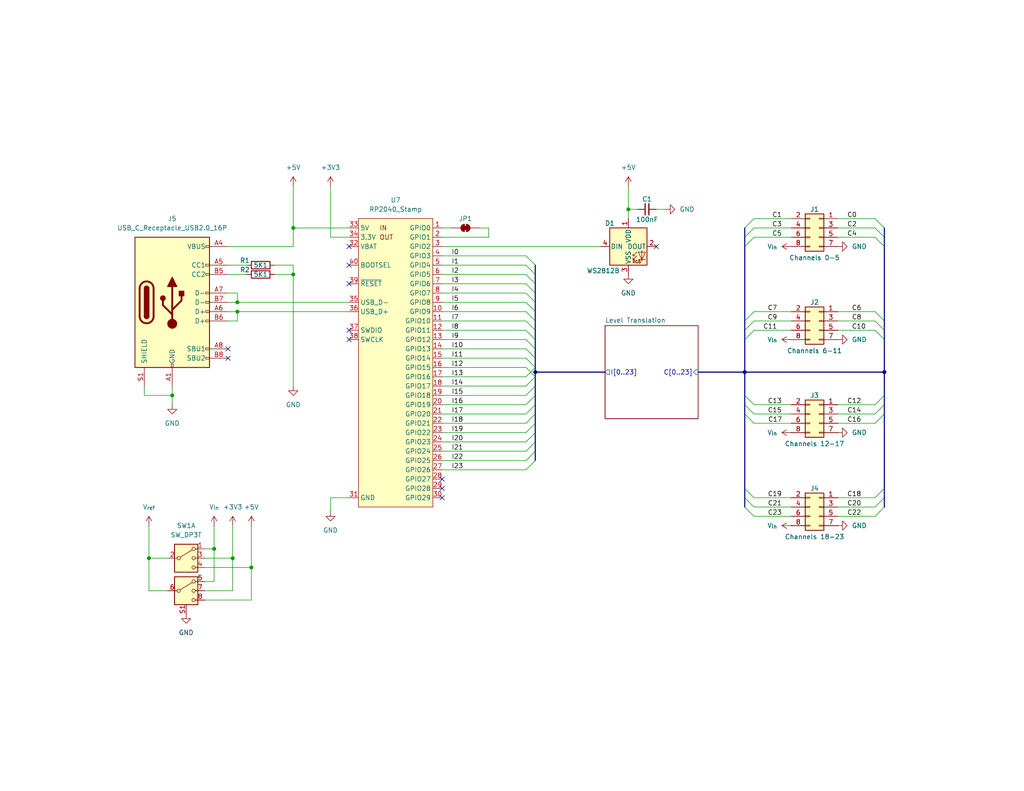
<source format=kicad_sch>
(kicad_sch (version 20231120) (generator "eeschema") (generator_version "8.0")
  (paper "USLetter")
  (title_block (title "Pico-Analyzer - A RP2040 Powered Logic Analyzer") (date "2024-12-18") (rev "1.0") (company "Rex McKinnon - based on designs by gusmanb") (comment 1 "- V_{ref} input supports 1.1v - 5.5v") (comment 2 "- Selectable 3.3v and 5v logic levels") (comment 3 "- 24 Digital Channels") (comment 4 "Features:"))
  (lib_symbols
    (symbol "Connector:USB_C_Receptacle_USB2.0_16P" (pin_names (offset 1.016))
      (property "Reference" "J" (at 0 22.225 0))
      (property "Value" "USB_C_Receptacle_USB2.0_16P" (at 0 19.685 0))
      (symbol "USB_C_Receptacle_USB2.0_16P_0_0"
        (rectangle (start -0.254 -17.78) (end 0.254 -16.764))
        (rectangle (start 10.16 -14.986) (end 9.144 -15.494))
        (rectangle (start 10.16 -12.446) (end 9.144 -12.954))
        (rectangle (start 10.16 -4.826) (end 9.144 -5.334))
        (rectangle (start 10.16 -2.286) (end 9.144 -2.794))
        (rectangle (start 10.16 0.254) (end 9.144 -0.254))
        (rectangle (start 10.16 2.794) (end 9.144 2.286))
        (rectangle (start 10.16 7.874) (end 9.144 7.366))
        (rectangle (start 10.16 10.414) (end 9.144 9.906))
        (rectangle (start 10.16 15.494) (end 9.144 14.986))
      )
      (symbol "USB_C_Receptacle_USB2.0_16P_0_1"
        (rectangle (start -10.16 17.78) (end 10.16 -17.78) (stroke (width 0.254)) (fill (type background)))
        (arc (start -8.89 -3.81) (mid -6.985 -5.7067) (end -5.08 -3.81) (stroke (width 0.508)))
        (arc (start -7.62 -3.81) (mid -6.985 -4.4423) (end -6.35 -3.81) (stroke (width 0.254)))
        (arc (start -7.62 -3.81) (mid -6.985 -4.4423) (end -6.35 -3.81) (stroke (width 0.254)) (fill (type outline)))
        (rectangle (start -7.62 -3.81) (end -6.35 3.81) (stroke (width 0.254)) (fill (type outline)))
        (arc (start -6.35 3.81) (mid -6.985 4.4423) (end -7.62 3.81) (stroke (width 0.254)))
        (arc (start -6.35 3.81) (mid -6.985 4.4423) (end -7.62 3.81) (stroke (width 0.254)) (fill (type outline)))
        (arc (start -5.08 3.81) (mid -6.985 5.7067) (end -8.89 3.81) (stroke (width 0.508)))
        (circle (center -2.54 1.143) (radius 0.635) (stroke (width 0.254)) (fill (type outline)))
        (circle (center 0 -5.842) (radius 1.27) (fill (type outline)))
        (polyline (pts (xy -8.89 -3.81) (xy -8.89 3.81)) (stroke (width 0.508)))
        (polyline (pts (xy -5.08 3.81) (xy -5.08 -3.81)) (stroke (width 0.508)))
        (polyline (pts (xy 0 -5.842) (xy 0 4.318)) (stroke (width 0.508)))
        (polyline (pts (xy 0 -3.302) (xy -2.54 -0.762) (xy -2.54 0.508)) (stroke (width 0.508)))
        (polyline (pts (xy 0 -2.032) (xy 2.54 0.508) (xy 2.54 1.778)) (stroke (width 0.508)))
        (polyline (pts (xy -1.27 4.318) (xy 0 6.858) (xy 1.27 4.318) (xy -1.27 4.318)) (stroke (width 0.254)) (fill (type outline)))
        (rectangle (start 1.905 1.778) (end 3.175 3.048) (stroke (width 0.254)) (fill (type outline)))
      )
      (symbol "USB_C_Receptacle_USB2.0_16P_1_1"
        (pin passive line (at 0 -22.86 90) (length 5.08) (name "GND") (number "A1"))
        (pin passive line (at 0 -22.86 90) (length 5.08) hide (name "GND") (number "A12"))
        (pin passive line (at 15.24 15.24 180) (length 5.08) (name "VBUS") (number "A4"))
        (pin bidirectional line (at 15.24 10.16 180) (length 5.08) (name "CC1") (number "A5"))
        (pin bidirectional line (at 15.24 -2.54 180) (length 5.08) (name "D+") (number "A6"))
        (pin bidirectional line (at 15.24 2.54 180) (length 5.08) (name "D-") (number "A7"))
        (pin bidirectional line (at 15.24 -12.7 180) (length 5.08) (name "SBU1") (number "A8"))
        (pin passive line (at 15.24 15.24 180) (length 5.08) hide (name "VBUS") (number "A9"))
        (pin passive line (at 0 -22.86 90) (length 5.08) hide (name "GND") (number "B1"))
        (pin passive line (at 0 -22.86 90) (length 5.08) hide (name "GND") (number "B12"))
        (pin passive line (at 15.24 15.24 180) (length 5.08) hide (name "VBUS") (number "B4"))
        (pin bidirectional line (at 15.24 7.62 180) (length 5.08) (name "CC2") (number "B5"))
        (pin bidirectional line (at 15.24 -5.08 180) (length 5.08) (name "D+") (number "B6"))
        (pin bidirectional line (at 15.24 0 180) (length 5.08) (name "D-") (number "B7"))
        (pin bidirectional line (at 15.24 -15.24 180) (length 5.08) (name "SBU2") (number "B8"))
        (pin passive line (at 15.24 15.24 180) (length 5.08) hide (name "VBUS") (number "B9"))
        (pin passive line (at -7.62 -22.86 90) (length 5.08) (name "SHIELD") (number "S1"))
      )
    )
    (symbol "Connector_Generic:Conn_02x04_Odd_Even" (pin_names (offset 1.016) hide)
      (property "Reference" "J" (at 1.27 5.08 0))
      (property "Value" "Conn_02x04_Odd_Even" (at 1.27 -7.62 0))
      (symbol "Conn_02x04_Odd_Even_1_1"
        (rectangle (start -1.27 -4.953) (end 0 -5.207) (stroke (width 0.1524)))
        (rectangle (start -1.27 -2.413) (end 0 -2.667) (stroke (width 0.1524)))
        (rectangle (start -1.27 0.127) (end 0 -0.127) (stroke (width 0.1524)))
        (rectangle (start -1.27 2.667) (end 0 2.413) (stroke (width 0.1524)))
        (rectangle (start -1.27 3.81) (end 3.81 -6.35) (stroke (width 0.254)) (fill (type background)))
        (rectangle (start 3.81 -4.953) (end 2.54 -5.207) (stroke (width 0.1524)))
        (rectangle (start 3.81 -2.413) (end 2.54 -2.667) (stroke (width 0.1524)))
        (rectangle (start 3.81 0.127) (end 2.54 -0.127) (stroke (width 0.1524)))
        (rectangle (start 3.81 2.667) (end 2.54 2.413) (stroke (width 0.1524)))
        (pin passive line (at -5.08 2.54 0) (length 3.81) (name "Pin_1") (number "1"))
        (pin passive line (at 7.62 2.54 180) (length 3.81) (name "Pin_2") (number "2"))
        (pin passive line (at -5.08 0 0) (length 3.81) (name "Pin_3") (number "3"))
        (pin passive line (at 7.62 0 180) (length 3.81) (name "Pin_4") (number "4"))
        (pin passive line (at -5.08 -2.54 0) (length 3.81) (name "Pin_5") (number "5"))
        (pin passive line (at 7.62 -2.54 180) (length 3.81) (name "Pin_6") (number "6"))
        (pin passive line (at -5.08 -5.08 0) (length 3.81) (name "Pin_7") (number "7"))
        (pin passive line (at 7.62 -5.08 180) (length 3.81) (name "Pin_8") (number "8"))
      )
    )
    (symbol "Device:C_Small" (pin_numbers hide) (pin_names (offset 0.254) hide)
      (property "Reference" "C" (at 0.254 1.778 0))
      (property "Value" "C_Small" (at 0.254 -2.032 0))
      (symbol "C_Small_0_1"
        (polyline (pts (xy -1.524 -0.508) (xy 1.524 -0.508)) (stroke (width 0.3302)))
        (polyline (pts (xy -1.524 0.508) (xy 1.524 0.508)) (stroke (width 0.3048)))
      )
      (symbol "C_Small_1_1"
        (pin passive line (at 0 2.54 270) (length 2.032) (name "~") (number "1"))
        (pin passive line (at 0 -2.54 90) (length 2.032) (name "~") (number "2"))
      )
    )
    (symbol "Device:R" (pin_numbers hide) (pin_names (offset 0))
      (property "Reference" "R" (at 2.032 0 90))
      (property "Value" "R" (at 0 0 90))
      (symbol "R_0_1"
        (rectangle (start -1.016 -2.54) (end 1.016 2.54) (stroke (width 0.254)))
      )
      (symbol "R_1_1"
        (pin passive line (at 0 3.81 270) (length 1.27) (name "~") (number "1"))
        (pin passive line (at 0 -3.81 90) (length 1.27) (name "~") (number "2"))
      )
    )
    (symbol "Jumper:SolderJumper_2_Bridged" (pin_numbers hide) (pin_names (offset 0) hide) (exclude_from_sim yes) (in_bom no)
      (property "Reference" "JP" (at 0 2.032 0))
      (property "Value" "SolderJumper_2_Bridged" (at 0 -2.54 0))
      (symbol "SolderJumper_2_Bridged_0_1"
        (rectangle (start -0.508 0.508) (end 0.508 -0.508) (fill (type outline)))
        (arc (start -0.254 1.016) (mid -1.2656 0) (end -0.254 -1.016))
        (arc (start -0.254 1.016) (mid -1.2656 0) (end -0.254 -1.016) (fill (type outline)))
        (polyline (pts (xy -0.254 1.016) (xy -0.254 -1.016)))
        (polyline (pts (xy 0.254 1.016) (xy 0.254 -1.016)))
        (arc (start 0.254 -1.016) (mid 1.2656 0) (end 0.254 1.016))
        (arc (start 0.254 -1.016) (mid 1.2656 0) (end 0.254 1.016) (fill (type outline)))
      )
      (symbol "SolderJumper_2_Bridged_1_1"
        (pin passive line (at -3.81 0 0) (length 2.54) (name "A") (number "1"))
        (pin passive line (at 3.81 0 180) (length 2.54) (name "B") (number "2"))
      )
    )
    (symbol "LED:WS2812B" (pin_names (offset 0.254))
      (property "Reference" "D" (at 5.08 5.715 0))
      (property "Value" "WS2812B" (at 1.27 -5.715 0))
      (symbol "WS2812B_0_0"
        (text "RGB" (at 2.286 -4.191 0) (effects (font (size 0.762 0.762))))
      )
      (symbol "WS2812B_0_1"
        (polyline (pts (xy 1.27 -3.556) (xy 1.778 -3.556)))
        (polyline (pts (xy 1.27 -2.54) (xy 1.778 -2.54)))
        (polyline (pts (xy 4.699 -3.556) (xy 2.667 -3.556)))
        (polyline (pts (xy 2.286 -2.54) (xy 1.27 -3.556) (xy 1.27 -3.048)))
        (polyline (pts (xy 2.286 -1.524) (xy 1.27 -2.54) (xy 1.27 -2.032)))
        (polyline (pts (xy 3.683 -1.016) (xy 3.683 -3.556) (xy 3.683 -4.064)))
        (polyline (pts (xy 4.699 -1.524) (xy 2.667 -1.524) (xy 3.683 -3.556) (xy 4.699 -1.524)))
        (rectangle (start 5.08 5.08) (end -5.08 -5.08) (stroke (width 0.254)) (fill (type background)))
      )
      (symbol "WS2812B_1_1"
        (pin power_in line (at 0 7.62 270) (length 2.54) (name "VDD") (number "1"))
        (pin output line (at 7.62 0 180) (length 2.54) (name "DOUT") (number "2"))
        (pin power_in line (at 0 -7.62 90) (length 2.54) (name "VSS") (number "3"))
        (pin input line (at -7.62 0 0) (length 2.54) (name "DIN") (number "4"))
      )
    )
    (symbol "SW_DP3T_1" (pin_names (offset 0) hide)
      (property "Reference" "SW" (at 0 5.08 0))
      (property "Value" "SW_DP3T" (at 0 -5.08 0))
      (symbol "SW_DP3T_1_0_1"
        (rectangle (start -3.175 3.81) (end 3.175 -3.81) (stroke (width 0.254)) (fill (type background)))
        (circle (center -2.032 0) (radius 0.4572))
        (polyline (pts (xy -1.651 0.254) (xy 1.651 2.286)))
        (circle (center 2.032 -2.54) (radius 0.4572))
        (circle (center 2.032 0) (radius 0.4572))
        (circle (center 2.032 2.54) (radius 0.4572))
      )
      (symbol "SW_DP3T_1_1_1"
        (pin passive line (at 5.08 2.54 180) (length 2.54) (name "1") (number "1"))
        (pin passive line (at -5.08 0 0) (length 2.54) (name "2") (number "2"))
        (pin passive line (at 5.08 0 180) (length 2.54) (name "3") (number "3"))
        (pin passive line (at 5.08 -2.54 180) (length 2.54) (name "4") (number "4"))
      )
      (symbol "SW_DP3T_1_2_1"
        (pin passive line (at 5.08 2.54 180) (length 2.54) (name "5") (number "5"))
        (pin passive line (at -5.08 0 0) (length 2.54) (name "6") (number "6"))
        (pin passive line (at 5.08 0 180) (length 2.54) (name "7") (number "7"))
        (pin passive line (at 5.08 -2.54 180) (length 2.54) (name "8") (number "8"))
        (pin passive line (at 0 -6.35 90) (length 2.54) (name "SHIELD") (number "S1"))
      )
    )
    (symbol "pico-analyzer:RP2040_Stamp"
      (property "Reference" "U" (at 10.16 43.18 0))
      (property "Value" "RP2040_Stamp" (at 0 -38.1 0))
      (symbol "RP2040_Stamp_0_0"
        (text "IN" (at -4.445 39.37 0) (effects (font (size 1.27 1.27)) (justify left)))
        (text "OUT" (at -4.445 36.83 0) (effects (font (size 1.27 1.27)) (justify left)))
        (pin bidirectional line (at 12.7 39.37 180) (length 2.54) (name "GPIO0") (number "1"))
        (pin bidirectional line (at 12.7 16.51 180) (length 2.54) (name "GPIO9") (number "10"))
        (pin bidirectional line (at 12.7 13.97 180) (length 2.54) (name "GPIO10") (number "11"))
        (pin bidirectional line (at 12.7 11.43 180) (length 2.54) (name "GPIO11") (number "12"))
        (pin bidirectional line (at 12.7 8.89 180) (length 2.54) (name "GPIO12") (number "13"))
        (pin bidirectional line (at 12.7 6.35 180) (length 2.54) (name "GPIO13") (number "14"))
        (pin bidirectional line (at 12.7 3.81 180) (length 2.54) (name "GPIO14") (number "15"))
        (pin bidirectional line (at 12.7 1.27 180) (length 2.54) (name "GPIO15") (number "16"))
        (pin bidirectional line (at 12.7 -1.27 180) (length 2.54) (name "GPIO16") (number "17"))
        (pin bidirectional line (at 12.7 -3.81 180) (length 2.54) (name "GPIO17") (number "18"))
        (pin bidirectional line (at 12.7 -6.35 180) (length 2.54) (name "GPIO18") (number "19"))
        (pin bidirectional line (at 12.7 36.83 180) (length 2.54) (name "GPIO1") (number "2"))
        (pin bidirectional line (at 12.7 -8.89 180) (length 2.54) (name "GPIO19") (number "20"))
        (pin bidirectional line (at 12.7 -11.43 180) (length 2.54) (name "GPIO20") (number "21"))
        (pin bidirectional line (at 12.7 -13.97 180) (length 2.54) (name "GPIO21") (number "22"))
        (pin bidirectional line (at 12.7 -16.51 180) (length 2.54) (name "GPIO22") (number "23"))
        (pin bidirectional line (at 12.7 -19.05 180) (length 2.54) (name "GPIO23") (number "24"))
        (pin bidirectional line (at 12.7 -21.59 180) (length 2.54) (name "GPIO24") (number "25"))
        (pin bidirectional line (at 12.7 -24.13 180) (length 2.54) (name "GPIO25") (number "26"))
        (pin bidirectional line (at 12.7 -26.67 180) (length 2.54) (name "GPIO26") (number "27"))
        (pin bidirectional line (at 12.7 -29.21 180) (length 2.54) (name "GPIO27") (number "28"))
        (pin bidirectional line (at 12.7 -31.75 180) (length 2.54) (name "GPIO28") (number "29"))
        (pin bidirectional line (at 12.7 34.29 180) (length 2.54) (name "GPIO2") (number "3"))
        (pin bidirectional line (at 12.7 -34.29 180) (length 2.54) (name "GPIO29") (number "30"))
        (pin power_in line (at -12.7 -34.29 0) (length 2.54) (name "GND") (number "31"))
        (pin power_in line (at -12.7 34.29 0) (length 2.54) (name "VBAT") (number "32"))
        (pin power_in line (at -12.7 39.37 0) (length 2.54) (name "5V") (number "33"))
        (pin power_out line (at -12.7 36.83 0) (length 2.54) (name "3.3V") (number "34"))
        (pin bidirectional line (at -12.7 19.05 0) (length 2.54) (name "USB_D-") (number "35"))
        (pin bidirectional line (at -12.7 16.51 0) (length 2.54) (name "USB_D+") (number "36"))
        (pin bidirectional line (at -12.7 11.43 0) (length 2.54) (name "SWDIO") (number "37"))
        (pin input line (at -12.7 8.89 0) (length 2.54) (name "SWCLK") (number "38"))
        (pin bidirectional line (at -12.7 24.13 0) (length 2.54) (name "~{RESET}") (number "39"))
        (pin bidirectional line (at 12.7 31.75 180) (length 2.54) (name "GPIO3") (number "4"))
        (pin input line (at -12.7 29.21 0) (length 2.54) (name "BOOTSEL") (number "40"))
        (pin bidirectional line (at 12.7 29.21 180) (length 2.54) (name "GPIO4") (number "5"))
        (pin bidirectional line (at 12.7 26.67 180) (length 2.54) (name "GPIO5") (number "6"))
        (pin bidirectional line (at 12.7 24.13 180) (length 2.54) (name "GPIO6") (number "7"))
        (pin bidirectional line (at 12.7 21.59 180) (length 2.54) (name "GPIO7") (number "8"))
        (pin bidirectional line (at 12.7 19.05 180) (length 2.54) (name "GPIO8") (number "9"))
      )
      (symbol "RP2040_Stamp_0_1"
        (rectangle (start -10.16 41.91) (end 10.16 -36.83) (stroke (width 0.1524)) (fill (type background)))
      )
    )
    (symbol "pico-analyzer:SW_DP3T" (pin_names (offset 0) hide)
      (property "Reference" "SW" (at 0 5.08 0))
      (property "Value" "SW_DP3T" (at 0 -5.08 0))
      (symbol "SW_DP3T_0_1"
        (rectangle (start -3.175 3.81) (end 3.175 -3.81) (stroke (width 0.254)) (fill (type background)))
        (circle (center -2.032 0) (radius 0.4572))
        (polyline (pts (xy -1.651 0.254) (xy 1.651 2.286)))
        (circle (center 2.032 -2.54) (radius 0.4572))
        (circle (center 2.032 0) (radius 0.4572))
        (circle (center 2.032 2.54) (radius 0.4572))
      )
      (symbol "SW_DP3T_1_1"
        (pin passive line (at 5.08 2.54 180) (length 2.54) (name "1") (number "1"))
        (pin passive line (at -5.08 0 0) (length 2.54) (name "2") (number "2"))
        (pin passive line (at 5.08 0 180) (length 2.54) (name "3") (number "3"))
        (pin passive line (at 5.08 -2.54 180) (length 2.54) (name "4") (number "4"))
      )
      (symbol "SW_DP3T_2_1"
        (pin passive line (at 5.08 2.54 180) (length 2.54) (name "5") (number "5"))
        (pin passive line (at -5.08 0 0) (length 2.54) (name "6") (number "6"))
        (pin passive line (at 5.08 0 180) (length 2.54) (name "7") (number "7"))
        (pin passive line (at 5.08 -2.54 180) (length 2.54) (name "8") (number "8"))
      )
    )
    (symbol "pico-analyzer:Vin" (power) (pin_numbers hide) (pin_names (offset 0) hide)
      (property "Value" "V_{in}" (at 0 3.81 0))
      (symbol "Vin_0_1"
        (polyline (pts (xy -0.762 1.27) (xy 0 2.54)))
        (polyline (pts (xy 0 0) (xy 0 2.54)))
        (polyline (pts (xy 0 2.54) (xy 0.762 1.27)))
      )
      (symbol "Vin_1_1"
        (pin power_in line (at 0 0 90) (length 0) (name "~") (number "1"))
      )
    )
    (symbol "pico-analyzer:Vref" (power) (pin_numbers hide) (pin_names (offset 0) hide)
      (property "Value" "V_{ref}" (at 0 3.81 0))
      (symbol "Vref_0_1"
        (polyline (pts (xy -0.762 1.27) (xy 0 2.54)))
        (polyline (pts (xy 0 0) (xy 0 2.54)))
        (polyline (pts (xy 0 2.54) (xy 0.762 1.27)))
      )
      (symbol "Vref_1_1"
        (pin power_in line (at 0 0 90) (length 0) (name "~") (number "1"))
      )
    )
    (symbol "power:+3V3" (power) (pin_numbers hide) (pin_names (offset 0) hide)
      (property "Value" "+3V3" (at 0 3.556 0))
      (symbol "+3V3_0_1"
        (polyline (pts (xy -0.762 1.27) (xy 0 2.54)))
        (polyline (pts (xy 0 0) (xy 0 2.54)))
        (polyline (pts (xy 0 2.54) (xy 0.762 1.27)))
      )
      (symbol "+3V3_1_1"
        (pin power_in line (at 0 0 90) (length 0) (name "~") (number "1"))
      )
    )
    (symbol "power:+5V" (power) (pin_numbers hide) (pin_names (offset 0) hide)
      (property "Value" "+5V" (at 0 3.556 0))
      (symbol "+5V_0_1"
        (polyline (pts (xy -0.762 1.27) (xy 0 2.54)))
        (polyline (pts (xy 0 0) (xy 0 2.54)))
        (polyline (pts (xy 0 2.54) (xy 0.762 1.27)))
      )
      (symbol "+5V_1_1"
        (pin power_in line (at 0 0 90) (length 0) (name "~") (number "1"))
      )
    )
    (symbol "power:GND" (power) (pin_numbers hide) (pin_names (offset 0) hide)
      (property "Value" "GND" (at 0 -3.81 0))
      (symbol "GND_0_1"
        (polyline (pts (xy 0 0) (xy 0 -1.27) (xy 1.27 -1.27) (xy 0 -2.54) (xy -1.27 -1.27) (xy 0 -1.27)))
      )
      (symbol "GND_1_1"
        (pin power_in line (at 0 0 270) (length 0) (name "~") (number "1"))
      )
    )
  )
  (junction (at 63.5 152.4))
  (junction (at 68.58 154.94))
  (junction (at 146.05 101.6))
  (junction (at 64.77 82.55))
  (junction (at 40.64 152.4))
  (junction (at 171.45 57.15))
  (junction (at 58.42 149.86))
  (junction (at 203.2 101.6))
  (junction (at 46.99 107.95))
  (junction (at 64.77 85.09))
  (junction (at 241.3 101.6))
  (junction (at 80.01 62.23))
  (junction (at 80.01 74.93))
  (no_connect (at 95.25 77.47))
  (no_connect (at 179.07 67.31))
  (no_connect (at 120.65 133.35))
  (no_connect (at 62.23 97.79))
  (no_connect (at 95.25 92.71))
  (no_connect (at 95.25 72.39))
  (no_connect (at 62.23 95.25))
  (no_connect (at 95.25 90.17))
  (no_connect (at 120.65 130.81))
  (no_connect (at 120.65 135.89))
  (no_connect (at 95.25 67.31))
  (bus_entry (at 238.76 115.57) (size 2.54 -2.54))
  (bus_entry (at 143.51 95.25) (size 2.54 2.54))
  (bus_entry (at 238.76 110.49) (size 2.54 -2.54))
  (bus_entry (at 205.74 138.43) (size -2.54 -2.54))
  (bus_entry (at 143.51 72.39) (size 2.54 2.54))
  (bus_entry (at 238.76 62.23) (size 2.54 2.54))
  (bus_entry (at 143.51 90.17) (size 2.54 2.54))
  (bus_entry (at 143.51 110.49) (size 2.54 -2.54))
  (bus_entry (at 143.51 92.71) (size 2.54 2.54))
  (bus_entry (at 205.74 64.77) (size -2.54 2.54))
  (bus_entry (at 205.74 90.17) (size -2.54 2.54))
  (bus_entry (at 143.51 100.33) (size 2.54 2.54))
  (bus_entry (at 205.74 59.69) (size -2.54 2.54))
  (bus_entry (at 205.74 140.97) (size -2.54 -2.54))
  (bus_entry (at 205.74 115.57) (size -2.54 -2.54))
  (bus_entry (at 205.74 110.49) (size -2.54 -2.54))
  (bus_entry (at 205.74 62.23) (size -2.54 2.54))
  (bus_entry (at 143.51 125.73) (size 2.54 -2.54))
  (bus_entry (at 238.76 85.09) (size 2.54 2.54))
  (bus_entry (at 143.51 77.47) (size 2.54 2.54))
  (bus_entry (at 143.51 120.65) (size 2.54 -2.54))
  (bus_entry (at 143.51 118.11) (size 2.54 -2.54))
  (bus_entry (at 143.51 80.01) (size 2.54 2.54))
  (bus_entry (at 238.76 64.77) (size 2.54 2.54))
  (bus_entry (at 143.51 74.93) (size 2.54 2.54))
  (bus_entry (at 238.76 90.17) (size 2.54 2.54))
  (bus_entry (at 143.51 113.03) (size 2.54 -2.54))
  (bus_entry (at 238.76 87.63) (size 2.54 2.54))
  (bus_entry (at 143.51 107.95) (size 2.54 -2.54))
  (bus_entry (at 143.51 69.85) (size 2.54 2.54))
  (bus_entry (at 205.74 87.63) (size -2.54 2.54))
  (bus_entry (at 143.51 105.41) (size 2.54 -2.54))
  (bus_entry (at 205.74 113.03) (size -2.54 -2.54))
  (bus_entry (at 205.74 135.89) (size -2.54 -2.54))
  (bus_entry (at 238.76 138.43) (size 2.54 -2.54))
  (bus_entry (at 143.51 123.19) (size 2.54 -2.54))
  (bus_entry (at 143.51 87.63) (size 2.54 2.54))
  (bus_entry (at 143.51 85.09) (size 2.54 2.54))
  (bus_entry (at 143.51 97.79) (size 2.54 2.54))
  (bus_entry (at 143.51 128.27) (size 2.54 -2.54))
  (bus_entry (at 205.74 85.09) (size -2.54 2.54))
  (bus_entry (at 143.51 82.55) (size 2.54 2.54))
  (bus_entry (at 238.76 59.69) (size 2.54 2.54))
  (bus_entry (at 238.76 140.97) (size 2.54 -2.54))
  (bus_entry (at 238.76 135.89) (size 2.54 -2.54))
  (bus_entry (at 143.51 115.57) (size 2.54 -2.54))
  (bus_entry (at 143.51 102.87) (size 2.54 -2.54))
  (bus_entry (at 238.76 113.03) (size 2.54 -2.54))
  (wire (pts (xy 179.07 57.15) (xy 181.61 57.15)))
  (bus (pts (xy 146.05 92.71) (xy 146.05 95.25)))
  (wire (pts (xy 238.76 115.57) (xy 228.6 115.57)))
  (bus (pts (xy 241.3 135.89) (xy 241.3 138.43)))
  (wire (pts (xy 120.65 80.01) (xy 143.51 80.01)))
  (bus (pts (xy 146.05 120.65) (xy 146.05 123.19)))
  (wire (pts (xy 120.65 62.23) (xy 123.19 62.23)))
  (wire (pts (xy 205.74 138.43) (xy 215.9 138.43)))
  (wire (pts (xy 80.01 62.23) (xy 80.01 67.31)))
  (bus (pts (xy 146.05 100.33) (xy 146.05 101.6)))
  (wire (pts (xy 120.65 97.79) (xy 143.51 97.79)))
  (wire (pts (xy 39.37 107.95) (xy 46.99 107.95)))
  (bus (pts (xy 241.3 113.03) (xy 241.3 133.35)))
  (wire (pts (xy 120.65 107.95) (xy 143.51 107.95)))
  (wire (pts (xy 90.17 50.8) (xy 90.17 64.77)))
  (bus (pts (xy 241.3 92.71) (xy 241.3 101.6)))
  (wire (pts (xy 120.65 82.55) (xy 143.51 82.55)))
  (wire (pts (xy 120.65 92.71) (xy 143.51 92.71)))
  (bus (pts (xy 241.3 64.77) (xy 241.3 67.31)))
  (wire (pts (xy 205.74 135.89) (xy 215.9 135.89)))
  (bus (pts (xy 146.05 80.01) (xy 146.05 82.55)))
  (wire (pts (xy 238.76 87.63) (xy 228.6 87.63)))
  (wire (pts (xy 90.17 135.89) (xy 95.25 135.89)))
  (wire (pts (xy 64.77 80.01) (xy 64.77 82.55)))
  (wire (pts (xy 62.23 82.55) (xy 64.77 82.55)))
  (bus (pts (xy 146.05 107.95) (xy 146.05 110.49)))
  (bus (pts (xy 146.05 87.63) (xy 146.05 90.17)))
  (bus (pts (xy 146.05 97.79) (xy 146.05 100.33)))
  (bus (pts (xy 146.05 115.57) (xy 146.05 118.11)))
  (bus (pts (xy 146.05 82.55) (xy 146.05 85.09)))
  (bus (pts (xy 203.2 113.03) (xy 203.2 133.35)))
  (bus (pts (xy 146.05 101.6) (xy 146.05 102.87)))
  (bus (pts (xy 146.05 118.11) (xy 146.05 120.65)))
  (bus (pts (xy 203.2 87.63) (xy 203.2 90.17)))
  (wire (pts (xy 120.65 123.19) (xy 143.51 123.19)))
  (wire (pts (xy 120.65 64.77) (xy 133.35 64.77)))
  (wire (pts (xy 171.45 50.8) (xy 171.45 57.15)))
  (bus (pts (xy 203.2 90.17) (xy 203.2 92.71)))
  (wire (pts (xy 62.23 74.93) (xy 67.31 74.93)))
  (wire (pts (xy 205.74 90.17) (xy 215.9 90.17)))
  (wire (pts (xy 238.76 140.97) (xy 228.6 140.97)))
  (wire (pts (xy 173.99 57.15) (xy 171.45 57.15)))
  (wire (pts (xy 205.74 110.49) (xy 215.9 110.49)))
  (bus (pts (xy 203.2 101.6) (xy 241.3 101.6)))
  (wire (pts (xy 80.01 50.8) (xy 80.01 62.23)))
  (wire (pts (xy 55.88 149.86) (xy 58.42 149.86)))
  (bus (pts (xy 241.3 110.49) (xy 241.3 113.03)))
  (bus (pts (xy 203.2 101.6) (xy 203.2 107.95)))
  (wire (pts (xy 205.74 140.97) (xy 215.9 140.97)))
  (wire (pts (xy 120.65 72.39) (xy 143.51 72.39)))
  (wire (pts (xy 238.76 110.49) (xy 228.6 110.49)))
  (wire (pts (xy 68.58 154.94) (xy 68.58 163.83)))
  (wire (pts (xy 46.99 110.49) (xy 46.99 107.95)))
  (bus (pts (xy 241.3 107.95) (xy 241.3 110.49)))
  (wire (pts (xy 46.99 107.95) (xy 46.99 105.41)))
  (bus (pts (xy 146.05 105.41) (xy 146.05 107.95)))
  (wire (pts (xy 120.65 87.63) (xy 143.51 87.63)))
  (wire (pts (xy 205.74 115.57) (xy 215.9 115.57)))
  (wire (pts (xy 120.65 102.87) (xy 143.51 102.87)))
  (wire (pts (xy 238.76 138.43) (xy 228.6 138.43)))
  (wire (pts (xy 62.23 67.31) (xy 80.01 67.31)))
  (wire (pts (xy 238.76 64.77) (xy 228.6 64.77)))
  (bus (pts (xy 241.3 62.23) (xy 241.3 64.77)))
  (bus (pts (xy 146.05 123.19) (xy 146.05 125.73)))
  (bus (pts (xy 203.2 135.89) (xy 203.2 138.43)))
  (wire (pts (xy 55.88 161.29) (xy 63.5 161.29)))
  (wire (pts (xy 55.88 163.83) (xy 68.58 163.83)))
  (wire (pts (xy 120.65 67.31) (xy 163.83 67.31)))
  (wire (pts (xy 80.01 74.93) (xy 80.01 105.41)))
  (wire (pts (xy 120.65 120.65) (xy 143.51 120.65)))
  (wire (pts (xy 120.65 105.41) (xy 143.51 105.41)))
  (bus (pts (xy 203.2 64.77) (xy 203.2 67.31)))
  (wire (pts (xy 120.65 90.17) (xy 143.51 90.17)))
  (bus (pts (xy 241.3 67.31) (xy 241.3 87.63)))
  (bus (pts (xy 241.3 87.63) (xy 241.3 90.17)))
  (wire (pts (xy 238.76 135.89) (xy 228.6 135.89)))
  (bus (pts (xy 203.2 133.35) (xy 203.2 135.89)))
  (wire (pts (xy 90.17 64.77) (xy 95.25 64.77)))
  (wire (pts (xy 205.74 64.77) (xy 215.9 64.77)))
  (wire (pts (xy 205.74 62.23) (xy 215.9 62.23)))
  (wire (pts (xy 74.93 74.93) (xy 80.01 74.93)))
  (bus (pts (xy 146.05 72.39) (xy 146.05 74.93)))
  (wire (pts (xy 40.64 161.29) (xy 45.72 161.29)))
  (bus (pts (xy 190.5 101.6) (xy 203.2 101.6)))
  (bus (pts (xy 146.05 101.6) (xy 165.1 101.6)))
  (wire (pts (xy 62.23 85.09) (xy 64.77 85.09)))
  (bus (pts (xy 146.05 113.03) (xy 146.05 115.57)))
  (wire (pts (xy 62.23 87.63) (xy 64.77 87.63)))
  (wire (pts (xy 120.65 95.25) (xy 143.51 95.25)))
  (bus (pts (xy 203.2 92.71) (xy 203.2 101.6)))
  (bus (pts (xy 203.2 110.49) (xy 203.2 113.03)))
  (wire (pts (xy 63.5 143.51) (xy 63.5 152.4)))
  (wire (pts (xy 120.65 128.27) (xy 143.51 128.27)))
  (wire (pts (xy 120.65 118.11) (xy 143.51 118.11)))
  (wire (pts (xy 40.64 152.4) (xy 45.72 152.4)))
  (wire (pts (xy 90.17 135.89) (xy 90.17 139.7)))
  (wire (pts (xy 238.76 62.23) (xy 228.6 62.23)))
  (wire (pts (xy 40.64 152.4) (xy 40.64 161.29)))
  (wire (pts (xy 55.88 152.4) (xy 63.5 152.4)))
  (wire (pts (xy 120.65 69.85) (xy 143.51 69.85)))
  (wire (pts (xy 120.65 125.73) (xy 143.51 125.73)))
  (wire (pts (xy 40.64 143.51) (xy 40.64 152.4)))
  (wire (pts (xy 120.65 100.33) (xy 143.51 100.33)))
  (wire (pts (xy 130.81 62.23) (xy 133.35 62.23)))
  (bus (pts (xy 146.05 74.93) (xy 146.05 77.47)))
  (wire (pts (xy 80.01 62.23) (xy 95.25 62.23)))
  (wire (pts (xy 238.76 85.09) (xy 228.6 85.09)))
  (wire (pts (xy 205.74 59.69) (xy 215.9 59.69)))
  (wire (pts (xy 205.74 113.03) (xy 215.9 113.03)))
  (wire (pts (xy 205.74 85.09) (xy 215.9 85.09)))
  (wire (pts (xy 74.93 72.39) (xy 80.01 72.39)))
  (wire (pts (xy 171.45 57.15) (xy 171.45 59.69)))
  (wire (pts (xy 64.77 85.09) (xy 64.77 87.63)))
  (bus (pts (xy 146.05 110.49) (xy 146.05 113.03)))
  (wire (pts (xy 120.65 110.49) (xy 143.51 110.49)))
  (wire (pts (xy 68.58 143.51) (xy 68.58 154.94)))
  (bus (pts (xy 203.2 107.95) (xy 203.2 110.49)))
  (wire (pts (xy 55.88 154.94) (xy 68.58 154.94)))
  (wire (pts (xy 58.42 149.86) (xy 58.42 158.75)))
  (wire (pts (xy 120.65 113.03) (xy 143.51 113.03)))
  (bus (pts (xy 146.05 90.17) (xy 146.05 92.71)))
  (wire (pts (xy 62.23 72.39) (xy 67.31 72.39)))
  (wire (pts (xy 63.5 152.4) (xy 63.5 161.29)))
  (wire (pts (xy 55.88 158.75) (xy 58.42 158.75)))
  (bus (pts (xy 203.2 67.31) (xy 203.2 87.63)))
  (wire (pts (xy 80.01 72.39) (xy 80.01 74.93)))
  (bus (pts (xy 146.05 95.25) (xy 146.05 97.79)))
  (wire (pts (xy 120.65 74.93) (xy 143.51 74.93)))
  (wire (pts (xy 64.77 85.09) (xy 95.25 85.09)))
  (wire (pts (xy 238.76 113.03) (xy 228.6 113.03)))
  (wire (pts (xy 120.65 115.57) (xy 143.51 115.57)))
  (wire (pts (xy 62.23 80.01) (xy 64.77 80.01)))
  (bus (pts (xy 241.3 101.6) (xy 241.3 107.95)))
  (bus (pts (xy 146.05 102.87) (xy 146.05 105.41)))
  (wire (pts (xy 39.37 105.41) (xy 39.37 107.95)))
  (wire (pts (xy 205.74 87.63) (xy 215.9 87.63)))
  (bus (pts (xy 203.2 62.23) (xy 203.2 64.77)))
  (bus (pts (xy 146.05 77.47) (xy 146.05 80.01)))
  (bus (pts (xy 146.05 85.09) (xy 146.05 87.63)))
  (wire (pts (xy 120.65 85.09) (xy 143.51 85.09)))
  (wire (pts (xy 238.76 90.17) (xy 228.6 90.17)))
  (wire (pts (xy 238.76 59.69) (xy 228.6 59.69)))
  (wire (pts (xy 120.65 77.47) (xy 143.51 77.47)))
  (wire (pts (xy 133.35 62.23) (xy 133.35 64.77)))
  (wire (pts (xy 58.42 143.51) (xy 58.42 149.86)))
  (wire (pts (xy 64.77 82.55) (xy 95.25 82.55)))
  (bus (pts (xy 241.3 90.17) (xy 241.3 92.71)))
  (bus (pts (xy 241.3 133.35) (xy 241.3 135.89)))
  (label "I11" (at 123.19 97.79 0))
  (label "I1" (at 123.19 72.39 0))
  (label "C15" (at 213.36 113.03 180))
  (label "C16" (at 231.14 115.57 0))
  (label "I15" (at 123.19 107.95 0))
  (label "I21" (at 123.19 123.19 0))
  (label "I14" (at 123.19 105.41 0))
  (label "I19" (at 123.19 118.11 0))
  (label "C11" (at 212.09 90.17 180))
  (label "I17" (at 123.19 113.03 0))
  (label "C17" (at 209.55 115.57 0))
  (label "C3" (at 213.36 62.23 180))
  (label "C23" (at 213.36 140.97 180))
  (label "I6" (at 123.19 85.09 0))
  (label "I8" (at 123.19 90.17 0))
  (label "I16" (at 123.19 110.49 0))
  (label "I9" (at 123.19 92.71 0))
  (label "C4" (at 231.14 64.77 0))
  (label "C7" (at 212.09 85.09 180))
  (label "I2" (at 123.19 74.93 0))
  (label "I20" (at 123.19 120.65 0))
  (label "C10" (at 232.41 90.17 0))
  (label "C2" (at 231.14 62.23 0))
  (label "C6" (at 232.41 85.09 0))
  (label "C12" (at 231.14 110.49 0))
  (label "C5" (at 213.36 64.77 180))
  (label "I18" (at 123.19 115.57 0))
  (label "C19" (at 213.36 135.89 180))
  (label "I4" (at 123.19 80.01 0))
  (label "I10" (at 123.19 95.25 0))
  (label "I0" (at 123.19 69.85 0))
  (label "I22" (at 123.19 125.73 0))
  (label "I5" (at 123.19 82.55 0))
  (label "C8" (at 232.41 87.63 0))
  (label "I7" (at 123.19 87.63 0))
  (label "C9" (at 212.09 87.63 180))
  (label "C22" (at 231.14 140.97 0))
  (label "I23" (at 123.19 128.27 0))
  (label "C1" (at 213.36 59.69 180))
  (label "C14" (at 231.14 113.03 0))
  (label "I13" (at 123.19 102.87 0))
  (label "I3" (at 123.19 77.47 0))
  (label "C0" (at 231.14 59.69 0))
  (label "C18" (at 231.14 135.89 0))
  (label "C13" (at 213.36 110.49 180))
  (label "C20" (at 231.14 138.43 0))
  (label "I12" (at 123.19 100.33 0))
  (label "C21" (at 213.36 138.43 180))
  (symbol (lib_id "power:+3V3") (at 90.17 50.8 0) (unit 1)
    (property "Reference" "#PWR032" (effects (hide yes)))
    (property "Value" "+3V3" (at 90.17 45.72 0))
    (property "Description" "Power symbol creates a global label with name \"+3V3\"" (effects (hide yes)))
  )
  (symbol (lib_id "power:GND") (at 80.01 105.41 0) (unit 1)
    (property "Reference" "#PWR046" (effects (hide yes)))
    (property "Value" "GND" (at 80.01 110.49 0))
    (property "Description" "Power symbol creates a global label with name \"GND\" , ground" (effects (hide yes)))
  )
  (symbol (lib_id "power:+5V") (at 68.58 143.51 0) (unit 1)
    (property "Reference" "#PWR049" (effects (hide yes)))
    (property "Value" "+5V" (at 68.58 138.43 0))
    (property "Description" "Power symbol creates a global label with name \"+5V\"" (effects (hide yes)))
  )
  (symbol (lib_id "power:GND") (at 228.6 67.31 90) (unit 1)
    (property "Reference" "#PWR026" (effects (hide yes)))
    (property "Value" "GND" (at 232.41 67.3099 90) (effects (justify right)))
    (property "Description" "Power symbol creates a global label with name \"GND\" , ground" (effects (hide yes)))
  )
  (symbol (lib_id "Jumper:SolderJumper_2_Bridged") (at 127 62.23 0) (unit 1) (exclude_from_sim yes) (in_bom no)
    (property "Reference" "JP1" (at 127 59.69 0))
    (property "Value" "SolderJumper_2_Bridged" (effects (hide yes)))
    (property "Footprint" "Jumper:SolderJumper-2_P1.3mm_Bridged_RoundedPad1.0x1.5mm" (effects (hide yes)))
    (property "Description" "Solder Jumper, 2-pole, closed/bridged" (effects (hide yes)))
  )
  (symbol (lib_id "Connector_Generic:Conn_02x04_Odd_Even") (at 223.52 87.63 0) (mirror y) (unit 1)
    (property "Reference" "J2" (at 222.25 82.55 0))
    (property "Value" "Channels 6-11" (at 222.25 95.758 0))
    (property "Footprint" "pico-analyzer:PinHeader_2x04_P2.54mm_Horizontal" (effects (hide yes)))
    (property "Description" "Generic connector, double row, 02x04, odd/even pin numbering scheme (row 1 odd numbers, row 2 even numbers), script generated (kicad-library-utils/schlib/autogen/connector/)" (effects (hide yes)))
  )
  (symbol (lib_id "pico-analyzer:Vin") (at 215.9 118.11 90) (unit 1)
    (property "Reference" "#PWR023" (effects (hide yes)))
    (property "Value" "V_{in}" (at 212.09 118.1099 90) (effects (justify left)))
    (property "Description" "Power symbol creates a global label with name \"Vin\"" (effects (hide yes)))
  )
  (symbol (lib_id "pico-analyzer:RP2040_Stamp") (at 107.95 101.6 0) (unit 1)
    (property "Reference" "U7" (at 107.95 54.61 0))
    (property "Value" "RP2040_Stamp" (at 107.95 57.15 0))
    (property "Footprint" "pico-analyzer:RP2xxx_Stamp_SMD" (effects (hide yes)))
  )
  (symbol (lib_id "power:+5V") (at 171.45 50.8 0) (unit 1)
    (property "Reference" "#PWR030" (effects (hide yes)))
    (property "Value" "+5V" (at 171.45 45.72 0))
    (property "Description" "Power symbol creates a global label with name \"+5V\"" (effects (hide yes)))
  )
  (symbol (lib_id "pico-analyzer:Vref") (at 40.64 143.51 0) (unit 1)
    (property "Reference" "#PWR047" (effects (hide yes)))
    (property "Value" "V_{ref}" (at 40.64 138.43 0))
    (property "Description" "Power symbol creates a global label with name \"Vref\"" (effects (hide yes)))
  )
  (symbol (lib_id "power:GND") (at 228.6 118.11 90) (unit 1)
    (property "Reference" "#PWR022" (effects (hide yes)))
    (property "Value" "GND" (at 232.41 118.1099 90) (effects (justify right)))
    (property "Description" "Power symbol creates a global label with name \"GND\" , ground" (effects (hide yes)))
  )
  (symbol (lib_id "pico-analyzer:SW_DP3T") (at 50.8 152.4 0) (unit 1)
    (property "Reference" "SW1" (at 50.8 143.51 0))
    (property "Value" "SW_DP3T" (at 50.8 146.05 0))
    (property "Footprint" "pico-analyzer:EG2315A" (effects (hide yes)))
    (property "Description" "Switch, three position, dual pole triple throw, 3 position switch, SP3T" (effects (hide yes)))
  )
  (symbol (lib_id "power:+3V3") (at 63.5 143.51 0) (unit 1)
    (property "Reference" "#PWR048" (effects (hide yes)))
    (property "Value" "+3V3" (at 63.5 138.43 0))
    (property "Description" "Power symbol creates a global label with name \"+3V3\"" (effects (hide yes)))
  )
  (symbol (lib_id "pico-analyzer:Vin") (at 215.9 143.51 90) (unit 1)
    (property "Reference" "#PWR025" (effects (hide yes)))
    (property "Value" "V_{in}" (at 212.09 143.5099 90) (effects (justify left)))
    (property "Description" "Power symbol creates a global label with name \"Vin\"" (effects (hide yes)))
  )
  (symbol (lib_id "pico-analyzer:Vin") (at 215.9 67.31 90) (unit 1)
    (property "Reference" "#PWR019" (effects (hide yes)))
    (property "Value" "V_{in}" (at 212.09 67.3099 90) (effects (justify left)))
    (property "Description" "Power symbol creates a global label with name \"Vin\"" (effects (hide yes)))
  )
  (symbol (lib_id "power:GND") (at 50.8 167.64 0) (unit 1)
    (property "Reference" "#PWR051" (effects (hide yes)))
    (property "Value" "GND" (at 50.8 172.72 0))
    (property "Description" "Power symbol creates a global label with name \"GND\" , ground" (effects (hide yes)))
  )
  (symbol (lib_id "Connector_Generic:Conn_02x04_Odd_Even") (at 223.52 62.23 0) (mirror y) (unit 1)
    (property "Reference" "J1" (at 222.25 57.15 0))
    (property "Value" "Channels 0-5" (at 222.25 70.358 0))
    (property "Footprint" "pico-analyzer:PinHeader_2x04_P2.54mm_Horizontal" (effects (hide yes)))
    (property "Description" "Generic connector, double row, 02x04, odd/even pin numbering scheme (row 1 odd numbers, row 2 even numbers), script generated (kicad-library-utils/schlib/autogen/connector/)" (effects (hide yes)))
  )
  (symbol (lib_id "Connector_Generic:Conn_02x04_Odd_Even") (at 223.52 138.43 0) (mirror y) (unit 1)
    (property "Reference" "J4" (at 222.25 133.35 0))
    (property "Value" "Channels 18-23" (at 222.25 146.558 0))
    (property "Footprint" "pico-analyzer:PinHeader_2x04_P2.54mm_Horizontal" (effects (hide yes)))
    (property "Description" "Generic connector, double row, 02x04, odd/even pin numbering scheme (row 1 odd numbers, row 2 even numbers), script generated (kicad-library-utils/schlib/autogen/connector/)" (effects (hide yes)))
  )
  (symbol (lib_id "LED:WS2812B") (at 171.45 67.31 0) (unit 1)
    (property "Reference" "D1" (at 166.37 60.96 0))
    (property "Value" "WS2812B" (at 164.592 73.914 0))
    (property "Footprint" "LED_SMD:LED_WS2812B_PLCC4_5.0x5.0mm_P3.2mm" (effects (hide yes)))
    (property "Datasheet" "https://cdn-shop.adafruit.com/datasheets/WS2812B.pdf" (effects (hide yes)))
    (property "Description" "RGB LED with integrated controller" (effects (hide yes)))
  )
  (symbol (lib_id "power:GND") (at 171.45 74.93 0) (unit 1)
    (property "Reference" "#PWR027" (effects (hide yes)))
    (property "Value" "GND" (at 171.45 80.01 0))
    (property "Description" "Power symbol creates a global label with name \"GND\" , ground" (effects (hide yes)))
  )
  (symbol (lib_id "pico-analyzer:Vin") (at 58.42 143.51 0) (unit 1)
    (property "Reference" "#PWR050" (effects (hide yes)))
    (property "Value" "V_{in}" (at 58.42 138.43 0))
    (property "Description" "Power symbol creates a global label with name \"Vin\"" (effects (hide yes)))
  )
  (symbol (lib_id "Device:R") (at 71.12 72.39 90) (unit 1)
    (property "Reference" "R1" (at 66.802 71.12 90))
    (property "Value" "5K1" (at 71.12 72.39 90))
    (property "Footprint" "Resistor_SMD:R_0603_1608Metric" (effects (hide yes)))
    (property "Description" "Resistor" (effects (hide yes)))
  )
  (symbol (lib_id "power:GND") (at 90.17 139.7 0) (unit 1)
    (property "Reference" "#PWR028" (effects (hide yes)))
    (property "Value" "GND" (at 90.17 144.78 0))
    (property "Description" "Power symbol creates a global label with name \"GND\" , ground" (effects (hide yes)))
  )
  (symbol (lib_id "Device:C_Small") (at 176.53 57.15 90) (unit 1)
    (property "Reference" "C1" (at 176.53 54.356 90))
    (property "Value" "100nF" (at 176.53 59.944 90))
    (property "Footprint" "Capacitor_SMD:C_0603_1608Metric" (effects (hide yes)))
    (property "Description" "Unpolarized capacitor, small symbol" (effects (hide yes)))
  )
  (symbol (lib_id "Connector:USB_C_Receptacle_USB2.0_16P") (at 46.99 82.55 0) (unit 1)
    (property "Reference" "J5" (at 46.99 59.69 0))
    (property "Value" "USB_C_Receptacle_USB2.0_16P" (at 46.99 62.23 0))
    (property "Footprint" "pico-analyzer:USB_C_Receptacle_GCT_USB4215-xx-A_16P" (effects (hide yes)))
    (property "Datasheet" "https://www.usb.org/sites/default/files/documents/usb_type-c.zip" (effects (hide yes)))
    (property "Description" "USB 2.0-only 16P Type-C Receptacle connector" (effects (hide yes)))
  )
  (symbol (lib_id "pico-analyzer:Vin") (at 215.9 92.71 90) (unit 1)
    (property "Reference" "#PWR021" (effects (hide yes)))
    (property "Value" "V_{in}" (at 212.09 92.7099 90) (effects (justify left)))
    (property "Description" "Power symbol creates a global label with name \"Vin\"" (effects (hide yes)))
  )
  (symbol (lib_id "power:GND") (at 228.6 143.51 90) (unit 1)
    (property "Reference" "#PWR024" (effects (hide yes)))
    (property "Value" "GND" (at 232.41 143.5099 90) (effects (justify right)))
    (property "Description" "Power symbol creates a global label with name \"GND\" , ground" (effects (hide yes)))
  )
  (symbol (lib_id "power:GND") (at 228.6 92.71 90) (unit 1)
    (property "Reference" "#PWR020" (effects (hide yes)))
    (property "Value" "GND" (at 232.41 92.7099 90) (effects (justify right)))
    (property "Description" "Power symbol creates a global label with name \"GND\" , ground" (effects (hide yes)))
  )
  (symbol (lib_name "SW_DP3T_1") (lib_id "pico-analyzer:SW_DP3T") (at 50.8 161.29 0) (unit 2)
    (property "Reference" "SW1" (effects (hide yes)))
    (property "Value" "SW_DP3T" (effects (hide yes)))
    (property "Footprint" "pico-analyzer:EG2315A" (effects (hide yes)))
    (property "Description" "Switch, three position, dual pole triple throw, 3 position switch, SP3T" (effects (hide yes)))
  )
  (symbol (lib_id "power:GND") (at 46.99 110.49 0) (unit 1)
    (property "Reference" "#PWR029" (effects (hide yes)))
    (property "Value" "GND" (at 46.99 115.57 0))
    (property "Description" "Power symbol creates a global label with name \"GND\" , ground" (effects (hide yes)))
  )
  (symbol (lib_id "power:+5V") (at 80.01 50.8 0) (unit 1)
    (property "Reference" "#PWR031" (effects (hide yes)))
    (property "Value" "+5V" (at 80.01 45.72 0))
    (property "Description" "Power symbol creates a global label with name \"+5V\"" (effects (hide yes)))
  )
  (symbol (lib_id "Device:R") (at 71.12 74.93 90) (unit 1)
    (property "Reference" "R2" (at 66.802 73.66 90))
    (property "Value" "5K1" (at 71.12 74.93 90))
    (property "Footprint" "Resistor_SMD:R_0603_1608Metric" (effects (hide yes)))
    (property "Description" "Resistor" (effects (hide yes)))
  )
  (symbol (lib_id "Connector_Generic:Conn_02x04_Odd_Even") (at 223.52 113.03 0) (mirror y) (unit 1)
    (property "Reference" "J3" (at 222.25 107.95 0))
    (property "Value" "Channels 12-17" (at 222.25 121.158 0))
    (property "Footprint" "pico-analyzer:PinHeader_2x04_P2.54mm_Horizontal" (effects (hide yes)))
    (property "Description" "Generic connector, double row, 02x04, odd/even pin numbering scheme (row 1 odd numbers, row 2 even numbers), script generated (kicad-library-utils/schlib/autogen/connector/)" (effects (hide yes)))
  )
  (symbol (lib_id "power:GND") (at 181.61 57.15 90) (unit 1)
    (property "Reference" "#PWR033" (effects (hide yes)))
    (property "Value" "GND" (at 185.42 57.1499 90) (effects (justify right)))
    (property "Description" "Power symbol creates a global label with name \"GND\" , ground" (effects (hide yes)))
  )
  (sheet (at 165.1 88.9) (size 25.4 25.4) (stroke (width 0.1524))
    (property "Sheetname" "Level Translation" (at 165.1 88.1884 0) (effects (justify left bottom)))
    (property "Sheetfile" "pico-analyzer-translation.kicad_sch" (effects (hide yes)))
    (pin "C[0..23]" input (at 190.5 101.6 0))
    (pin "I[0..23]" output (at 165.1 101.6 180))
  )
)
</source>
